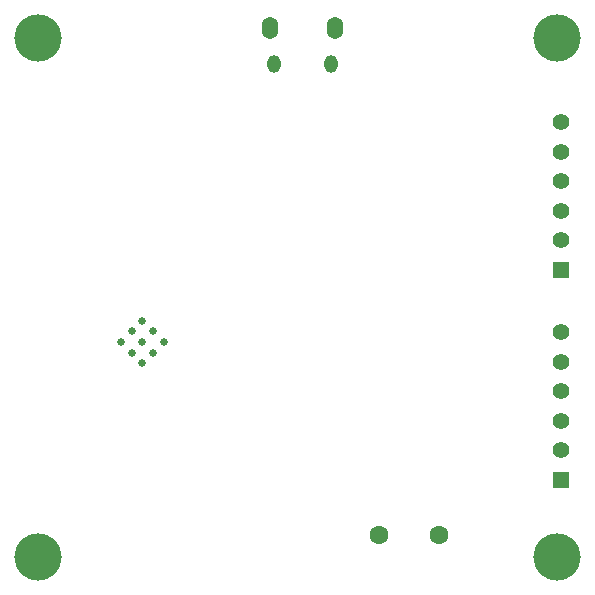
<source format=gbs>
G04*
G04 #@! TF.GenerationSoftware,Altium Limited,Altium Designer,22.11.1 (43)*
G04*
G04 Layer_Color=16711935*
%FSLAX25Y25*%
%MOIN*%
G70*
G04*
G04 #@! TF.SameCoordinates,256A903A-EE05-4266-A9F3-2A002FD68AA6*
G04*
G04*
G04 #@! TF.FilePolarity,Negative*
G04*
G01*
G75*
%ADD74C,0.05512*%
%ADD75R,0.05512X0.05512*%
%ADD76C,0.02661*%
G04:AMPARAMS|DCode=77|XSize=60.08mil|YSize=44.33mil|CornerRadius=22.17mil|HoleSize=0mil|Usage=FLASHONLY|Rotation=270.000|XOffset=0mil|YOffset=0mil|HoleType=Round|Shape=RoundedRectangle|*
%AMROUNDEDRECTD77*
21,1,0.06008,0.00000,0,0,270.0*
21,1,0.01575,0.04433,0,0,270.0*
1,1,0.04433,0.00000,-0.00787*
1,1,0.04433,0.00000,0.00787*
1,1,0.04433,0.00000,0.00787*
1,1,0.04433,0.00000,-0.00787*
%
%ADD77ROUNDEDRECTD77*%
G04:AMPARAMS|DCode=78|XSize=73.86mil|YSize=54.17mil|CornerRadius=27.09mil|HoleSize=0mil|Usage=FLASHONLY|Rotation=270.000|XOffset=0mil|YOffset=0mil|HoleType=Round|Shape=RoundedRectangle|*
%AMROUNDEDRECTD78*
21,1,0.07386,0.00000,0,0,270.0*
21,1,0.01968,0.05417,0,0,270.0*
1,1,0.05417,0.00000,-0.00984*
1,1,0.05417,0.00000,0.00984*
1,1,0.05417,0.00000,0.00984*
1,1,0.05417,0.00000,-0.00984*
%
%ADD78ROUNDEDRECTD78*%
%ADD79C,0.15748*%
%ADD80C,0.06299*%
D74*
X1280Y-28248D02*
D03*
Y-38091D02*
D03*
Y-47933D02*
D03*
Y-57776D02*
D03*
Y-67618D02*
D03*
X1181Y-98228D02*
D03*
Y-108071D02*
D03*
Y-117913D02*
D03*
Y-127756D02*
D03*
Y-137598D02*
D03*
D75*
X1280Y-77461D02*
D03*
X1181Y-147441D02*
D03*
D76*
X-131293Y-101488D02*
D03*
X-134842Y-105037D02*
D03*
X-138391Y-108587D02*
D03*
X-134842Y-97938D02*
D03*
X-138391Y-101488D02*
D03*
X-141941Y-105037D02*
D03*
X-138391Y-94389D02*
D03*
X-141941Y-97938D02*
D03*
X-145490Y-101488D02*
D03*
D77*
X-94547Y-8779D02*
D03*
X-75453D02*
D03*
D78*
X-74272Y3150D02*
D03*
X-95728D02*
D03*
D79*
X-173228Y0D02*
D03*
Y-173228D02*
D03*
X0D02*
D03*
Y0D02*
D03*
D80*
X-39347Y-165748D02*
D03*
X-59347D02*
D03*
M02*

</source>
